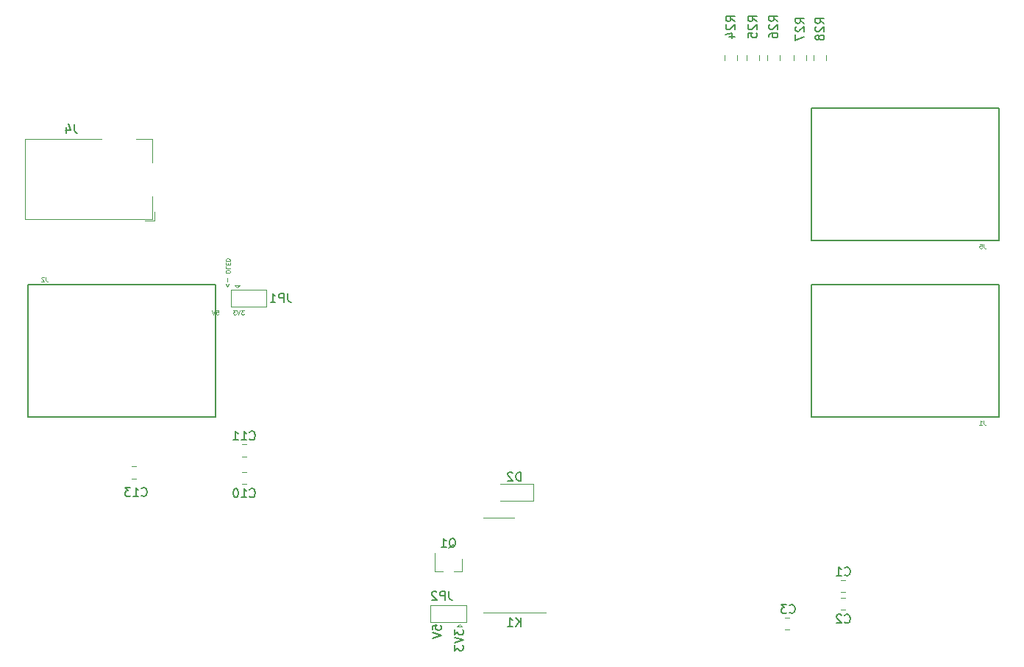
<source format=gbr>
%TF.GenerationSoftware,KiCad,Pcbnew,5.1.6-c6e7f7d~87~ubuntu18.04.1*%
%TF.CreationDate,2020-11-12T00:39:07+00:00*%
%TF.ProjectId,CirrusDspPedal,43697272-7573-4447-9370-506564616c2e,rev?*%
%TF.SameCoordinates,Original*%
%TF.FileFunction,Legend,Bot*%
%TF.FilePolarity,Positive*%
%FSLAX46Y46*%
G04 Gerber Fmt 4.6, Leading zero omitted, Abs format (unit mm)*
G04 Created by KiCad (PCBNEW 5.1.6-c6e7f7d~87~ubuntu18.04.1) date 2020-11-12 00:39:07*
%MOMM*%
%LPD*%
G01*
G04 APERTURE LIST*
%ADD10C,0.100000*%
%ADD11C,0.150000*%
%ADD12C,0.120000*%
%ADD13C,0.125000*%
G04 APERTURE END LIST*
D10*
X115677142Y-91293000D02*
X115534285Y-91673952D01*
X115391428Y-91293000D01*
X115534285Y-91054904D02*
X115534285Y-90673952D01*
X115843809Y-89959666D02*
X115843809Y-89864428D01*
X115820000Y-89816809D01*
X115772380Y-89769190D01*
X115677142Y-89745380D01*
X115510476Y-89745380D01*
X115415238Y-89769190D01*
X115367619Y-89816809D01*
X115343809Y-89864428D01*
X115343809Y-89959666D01*
X115367619Y-90007285D01*
X115415238Y-90054904D01*
X115510476Y-90078714D01*
X115677142Y-90078714D01*
X115772380Y-90054904D01*
X115820000Y-90007285D01*
X115843809Y-89959666D01*
X115343809Y-89293000D02*
X115343809Y-89531095D01*
X115843809Y-89531095D01*
X115605714Y-89126333D02*
X115605714Y-88959666D01*
X115343809Y-88888238D02*
X115343809Y-89126333D01*
X115843809Y-89126333D01*
X115843809Y-88888238D01*
X115343809Y-88673952D02*
X115843809Y-88673952D01*
X115843809Y-88554904D01*
X115820000Y-88483476D01*
X115772380Y-88435857D01*
X115724761Y-88412047D01*
X115629523Y-88388238D01*
X115558095Y-88388238D01*
X115462857Y-88412047D01*
X115415238Y-88435857D01*
X115367619Y-88483476D01*
X115343809Y-88554904D01*
X115343809Y-88673952D01*
X114268238Y-94341190D02*
X114506333Y-94341190D01*
X114530142Y-94579285D01*
X114506333Y-94555476D01*
X114458714Y-94531666D01*
X114339666Y-94531666D01*
X114292047Y-94555476D01*
X114268238Y-94579285D01*
X114244428Y-94626904D01*
X114244428Y-94745952D01*
X114268238Y-94793571D01*
X114292047Y-94817380D01*
X114339666Y-94841190D01*
X114458714Y-94841190D01*
X114506333Y-94817380D01*
X114530142Y-94793571D01*
X114101571Y-94341190D02*
X113934904Y-94841190D01*
X113768238Y-94341190D01*
X117459047Y-94341190D02*
X117149523Y-94341190D01*
X117316190Y-94531666D01*
X117244761Y-94531666D01*
X117197142Y-94555476D01*
X117173333Y-94579285D01*
X117149523Y-94626904D01*
X117149523Y-94745952D01*
X117173333Y-94793571D01*
X117197142Y-94817380D01*
X117244761Y-94841190D01*
X117387619Y-94841190D01*
X117435238Y-94817380D01*
X117459047Y-94793571D01*
X117006666Y-94341190D02*
X116840000Y-94841190D01*
X116673333Y-94341190D01*
X116554285Y-94341190D02*
X116244761Y-94341190D01*
X116411428Y-94531666D01*
X116340000Y-94531666D01*
X116292380Y-94555476D01*
X116268571Y-94579285D01*
X116244761Y-94626904D01*
X116244761Y-94745952D01*
X116268571Y-94793571D01*
X116292380Y-94817380D01*
X116340000Y-94841190D01*
X116482857Y-94841190D01*
X116530476Y-94817380D01*
X116554285Y-94793571D01*
D11*
X141692380Y-131095904D02*
X141692380Y-131714952D01*
X142073333Y-131381619D01*
X142073333Y-131524476D01*
X142120952Y-131619714D01*
X142168571Y-131667333D01*
X142263809Y-131714952D01*
X142501904Y-131714952D01*
X142597142Y-131667333D01*
X142644761Y-131619714D01*
X142692380Y-131524476D01*
X142692380Y-131238761D01*
X142644761Y-131143523D01*
X142597142Y-131095904D01*
X141692380Y-132000666D02*
X142692380Y-132334000D01*
X141692380Y-132667333D01*
X141692380Y-132905428D02*
X141692380Y-133524476D01*
X142073333Y-133191142D01*
X142073333Y-133334000D01*
X142120952Y-133429238D01*
X142168571Y-133476857D01*
X142263809Y-133524476D01*
X142501904Y-133524476D01*
X142597142Y-133476857D01*
X142644761Y-133429238D01*
X142692380Y-133334000D01*
X142692380Y-133048285D01*
X142644761Y-132953047D01*
X142597142Y-132905428D01*
X139152380Y-131127523D02*
X139152380Y-130651333D01*
X139628571Y-130603714D01*
X139580952Y-130651333D01*
X139533333Y-130746571D01*
X139533333Y-130984666D01*
X139580952Y-131079904D01*
X139628571Y-131127523D01*
X139723809Y-131175142D01*
X139961904Y-131175142D01*
X140057142Y-131127523D01*
X140104761Y-131079904D01*
X140152380Y-130984666D01*
X140152380Y-130746571D01*
X140104761Y-130651333D01*
X140057142Y-130603714D01*
X139152380Y-131460857D02*
X140152380Y-131794190D01*
X139152380Y-132127523D01*
D12*
%TO.C,R27*%
X182193000Y-65016748D02*
X182193000Y-65539252D01*
X180773000Y-65016748D02*
X180773000Y-65539252D01*
%TO.C,JP1*%
X115933000Y-93964000D02*
X120033000Y-93964000D01*
X120033000Y-93964000D02*
X120033000Y-91964000D01*
X120033000Y-91964000D02*
X115933000Y-91964000D01*
X115933000Y-91964000D02*
X115933000Y-93964000D01*
X116683000Y-91764000D02*
X116383000Y-91464000D01*
X116383000Y-91464000D02*
X116983000Y-91464000D01*
X116683000Y-91764000D02*
X116983000Y-91464000D01*
%TO.C,Q1*%
X142550000Y-124458000D02*
X141620000Y-124458000D01*
X139390000Y-124458000D02*
X140320000Y-124458000D01*
X139390000Y-124458000D02*
X139390000Y-122298000D01*
X142550000Y-124458000D02*
X142550000Y-122998000D01*
%TO.C,JP2*%
X142270000Y-130486000D02*
X141970000Y-130786000D01*
X142570000Y-130786000D02*
X141970000Y-130786000D01*
X142270000Y-130486000D02*
X142570000Y-130786000D01*
X143020000Y-130286000D02*
X143020000Y-128286000D01*
X138920000Y-130286000D02*
X143020000Y-130286000D01*
X138920000Y-128286000D02*
X138920000Y-130286000D01*
X143020000Y-128286000D02*
X138920000Y-128286000D01*
%TO.C,K1*%
X148590000Y-118248000D02*
X144990000Y-118248000D01*
X152190000Y-129148000D02*
X144990000Y-129148000D01*
%TO.C,D2*%
X150790000Y-114316000D02*
X146940000Y-114316000D01*
X150790000Y-116316000D02*
X146940000Y-116316000D01*
X150790000Y-114316000D02*
X150790000Y-116316000D01*
%TO.C,R28*%
X184479000Y-65016748D02*
X184479000Y-65539252D01*
X183059000Y-65016748D02*
X183059000Y-65539252D01*
%TO.C,R26*%
X179145000Y-65016748D02*
X179145000Y-65539252D01*
X177725000Y-65016748D02*
X177725000Y-65539252D01*
%TO.C,R25*%
X176732000Y-65016748D02*
X176732000Y-65539252D01*
X175312000Y-65016748D02*
X175312000Y-65539252D01*
%TO.C,R24*%
X174192000Y-65016748D02*
X174192000Y-65539252D01*
X172772000Y-65016748D02*
X172772000Y-65539252D01*
D11*
%TO.C,J5*%
X204343000Y-71120000D02*
X204343000Y-86360000D01*
X204343000Y-86360000D02*
X182753000Y-86360000D01*
X182753000Y-86360000D02*
X182753000Y-71120000D01*
X182753000Y-71120000D02*
X204343000Y-71120000D01*
D12*
%TO.C,J4*%
X106945000Y-83848000D02*
X106945000Y-81248000D01*
X92245000Y-83848000D02*
X106945000Y-83848000D01*
X106945000Y-74648000D02*
X105045000Y-74648000D01*
X106945000Y-77348000D02*
X106945000Y-74648000D01*
X92245000Y-74648000D02*
X92245000Y-83848000D01*
X101045000Y-74648000D02*
X92245000Y-74648000D01*
X106095000Y-84048000D02*
X107145000Y-84048000D01*
X107145000Y-82998000D02*
X107145000Y-84048000D01*
D11*
%TO.C,J2*%
X92583000Y-106680000D02*
X92583000Y-91440000D01*
X92583000Y-91440000D02*
X114173000Y-91440000D01*
X114173000Y-91440000D02*
X114173000Y-106680000D01*
X114173000Y-106680000D02*
X92583000Y-106680000D01*
%TO.C,J1*%
X204343000Y-91440000D02*
X204343000Y-106680000D01*
X204343000Y-106680000D02*
X182753000Y-106680000D01*
X182753000Y-106680000D02*
X182753000Y-91440000D01*
X182753000Y-91440000D02*
X204343000Y-91440000D01*
D12*
%TO.C,C13*%
X105036252Y-113740000D02*
X104513748Y-113740000D01*
X105036252Y-112320000D02*
X104513748Y-112320000D01*
%TO.C,C11*%
X117213748Y-109780000D02*
X117736252Y-109780000D01*
X117213748Y-111200000D02*
X117736252Y-111200000D01*
%TO.C,C10*%
X117213748Y-112955000D02*
X117736252Y-112955000D01*
X117213748Y-114375000D02*
X117736252Y-114375000D01*
%TO.C,C3*%
X179697748Y-129719000D02*
X180220252Y-129719000D01*
X179697748Y-131139000D02*
X180220252Y-131139000D01*
%TO.C,C2*%
X186174748Y-127433000D02*
X186697252Y-127433000D01*
X186174748Y-128853000D02*
X186697252Y-128853000D01*
%TO.C,C1*%
X186174748Y-125401000D02*
X186697252Y-125401000D01*
X186174748Y-126821000D02*
X186697252Y-126821000D01*
%TO.C,R27*%
D11*
X181935380Y-61324142D02*
X181459190Y-60990809D01*
X181935380Y-60752714D02*
X180935380Y-60752714D01*
X180935380Y-61133666D01*
X180983000Y-61228904D01*
X181030619Y-61276523D01*
X181125857Y-61324142D01*
X181268714Y-61324142D01*
X181363952Y-61276523D01*
X181411571Y-61228904D01*
X181459190Y-61133666D01*
X181459190Y-60752714D01*
X181030619Y-61705095D02*
X180983000Y-61752714D01*
X180935380Y-61847952D01*
X180935380Y-62086047D01*
X180983000Y-62181285D01*
X181030619Y-62228904D01*
X181125857Y-62276523D01*
X181221095Y-62276523D01*
X181363952Y-62228904D01*
X181935380Y-61657476D01*
X181935380Y-62276523D01*
X180935380Y-62609857D02*
X180935380Y-63276523D01*
X181935380Y-62847952D01*
%TO.C,JP1*%
X122499333Y-92416380D02*
X122499333Y-93130666D01*
X122546952Y-93273523D01*
X122642190Y-93368761D01*
X122785047Y-93416380D01*
X122880285Y-93416380D01*
X122023142Y-93416380D02*
X122023142Y-92416380D01*
X121642190Y-92416380D01*
X121546952Y-92464000D01*
X121499333Y-92511619D01*
X121451714Y-92606857D01*
X121451714Y-92749714D01*
X121499333Y-92844952D01*
X121546952Y-92892571D01*
X121642190Y-92940190D01*
X122023142Y-92940190D01*
X120499333Y-93416380D02*
X121070761Y-93416380D01*
X120785047Y-93416380D02*
X120785047Y-92416380D01*
X120880285Y-92559238D01*
X120975523Y-92654476D01*
X121070761Y-92702095D01*
%TO.C,Q1*%
X141065238Y-121705619D02*
X141160476Y-121658000D01*
X141255714Y-121562761D01*
X141398571Y-121419904D01*
X141493809Y-121372285D01*
X141589047Y-121372285D01*
X141541428Y-121610380D02*
X141636666Y-121562761D01*
X141731904Y-121467523D01*
X141779523Y-121277047D01*
X141779523Y-120943714D01*
X141731904Y-120753238D01*
X141636666Y-120658000D01*
X141541428Y-120610380D01*
X141350952Y-120610380D01*
X141255714Y-120658000D01*
X141160476Y-120753238D01*
X141112857Y-120943714D01*
X141112857Y-121277047D01*
X141160476Y-121467523D01*
X141255714Y-121562761D01*
X141350952Y-121610380D01*
X141541428Y-121610380D01*
X140160476Y-121610380D02*
X140731904Y-121610380D01*
X140446190Y-121610380D02*
X140446190Y-120610380D01*
X140541428Y-120753238D01*
X140636666Y-120848476D01*
X140731904Y-120896095D01*
%TO.C,JP2*%
X141041333Y-126706380D02*
X141041333Y-127420666D01*
X141088952Y-127563523D01*
X141184190Y-127658761D01*
X141327047Y-127706380D01*
X141422285Y-127706380D01*
X140565142Y-127706380D02*
X140565142Y-126706380D01*
X140184190Y-126706380D01*
X140088952Y-126754000D01*
X140041333Y-126801619D01*
X139993714Y-126896857D01*
X139993714Y-127039714D01*
X140041333Y-127134952D01*
X140088952Y-127182571D01*
X140184190Y-127230190D01*
X140565142Y-127230190D01*
X139612761Y-126801619D02*
X139565142Y-126754000D01*
X139469904Y-126706380D01*
X139231809Y-126706380D01*
X139136571Y-126754000D01*
X139088952Y-126801619D01*
X139041333Y-126896857D01*
X139041333Y-126992095D01*
X139088952Y-127134952D01*
X139660380Y-127706380D01*
X139041333Y-127706380D01*
%TO.C,K1*%
X149328095Y-130754380D02*
X149328095Y-129754380D01*
X148756666Y-130754380D02*
X149185238Y-130182952D01*
X148756666Y-129754380D02*
X149328095Y-130325809D01*
X147804285Y-130754380D02*
X148375714Y-130754380D01*
X148090000Y-130754380D02*
X148090000Y-129754380D01*
X148185238Y-129897238D01*
X148280476Y-129992476D01*
X148375714Y-130040095D01*
%TO.C,D2*%
X149328095Y-113990380D02*
X149328095Y-112990380D01*
X149090000Y-112990380D01*
X148947142Y-113038000D01*
X148851904Y-113133238D01*
X148804285Y-113228476D01*
X148756666Y-113418952D01*
X148756666Y-113561809D01*
X148804285Y-113752285D01*
X148851904Y-113847523D01*
X148947142Y-113942761D01*
X149090000Y-113990380D01*
X149328095Y-113990380D01*
X148375714Y-113085619D02*
X148328095Y-113038000D01*
X148232857Y-112990380D01*
X147994761Y-112990380D01*
X147899523Y-113038000D01*
X147851904Y-113085619D01*
X147804285Y-113180857D01*
X147804285Y-113276095D01*
X147851904Y-113418952D01*
X148423333Y-113990380D01*
X147804285Y-113990380D01*
%TO.C,R28*%
X184221380Y-61333142D02*
X183745190Y-60999809D01*
X184221380Y-60761714D02*
X183221380Y-60761714D01*
X183221380Y-61142666D01*
X183269000Y-61237904D01*
X183316619Y-61285523D01*
X183411857Y-61333142D01*
X183554714Y-61333142D01*
X183649952Y-61285523D01*
X183697571Y-61237904D01*
X183745190Y-61142666D01*
X183745190Y-60761714D01*
X183316619Y-61714095D02*
X183269000Y-61761714D01*
X183221380Y-61856952D01*
X183221380Y-62095047D01*
X183269000Y-62190285D01*
X183316619Y-62237904D01*
X183411857Y-62285523D01*
X183507095Y-62285523D01*
X183649952Y-62237904D01*
X184221380Y-61666476D01*
X184221380Y-62285523D01*
X183649952Y-62856952D02*
X183602333Y-62761714D01*
X183554714Y-62714095D01*
X183459476Y-62666476D01*
X183411857Y-62666476D01*
X183316619Y-62714095D01*
X183269000Y-62761714D01*
X183221380Y-62856952D01*
X183221380Y-63047428D01*
X183269000Y-63142666D01*
X183316619Y-63190285D01*
X183411857Y-63237904D01*
X183459476Y-63237904D01*
X183554714Y-63190285D01*
X183602333Y-63142666D01*
X183649952Y-63047428D01*
X183649952Y-62856952D01*
X183697571Y-62761714D01*
X183745190Y-62714095D01*
X183840428Y-62666476D01*
X184030904Y-62666476D01*
X184126142Y-62714095D01*
X184173761Y-62761714D01*
X184221380Y-62856952D01*
X184221380Y-63047428D01*
X184173761Y-63142666D01*
X184126142Y-63190285D01*
X184030904Y-63237904D01*
X183840428Y-63237904D01*
X183745190Y-63190285D01*
X183697571Y-63142666D01*
X183649952Y-63047428D01*
%TO.C,R26*%
X178887380Y-61079142D02*
X178411190Y-60745809D01*
X178887380Y-60507714D02*
X177887380Y-60507714D01*
X177887380Y-60888666D01*
X177935000Y-60983904D01*
X177982619Y-61031523D01*
X178077857Y-61079142D01*
X178220714Y-61079142D01*
X178315952Y-61031523D01*
X178363571Y-60983904D01*
X178411190Y-60888666D01*
X178411190Y-60507714D01*
X177982619Y-61460095D02*
X177935000Y-61507714D01*
X177887380Y-61602952D01*
X177887380Y-61841047D01*
X177935000Y-61936285D01*
X177982619Y-61983904D01*
X178077857Y-62031523D01*
X178173095Y-62031523D01*
X178315952Y-61983904D01*
X178887380Y-61412476D01*
X178887380Y-62031523D01*
X177887380Y-62888666D02*
X177887380Y-62698190D01*
X177935000Y-62602952D01*
X177982619Y-62555333D01*
X178125476Y-62460095D01*
X178315952Y-62412476D01*
X178696904Y-62412476D01*
X178792142Y-62460095D01*
X178839761Y-62507714D01*
X178887380Y-62602952D01*
X178887380Y-62793428D01*
X178839761Y-62888666D01*
X178792142Y-62936285D01*
X178696904Y-62983904D01*
X178458809Y-62983904D01*
X178363571Y-62936285D01*
X178315952Y-62888666D01*
X178268333Y-62793428D01*
X178268333Y-62602952D01*
X178315952Y-62507714D01*
X178363571Y-62460095D01*
X178458809Y-62412476D01*
%TO.C,R25*%
X176474380Y-61079142D02*
X175998190Y-60745809D01*
X176474380Y-60507714D02*
X175474380Y-60507714D01*
X175474380Y-60888666D01*
X175522000Y-60983904D01*
X175569619Y-61031523D01*
X175664857Y-61079142D01*
X175807714Y-61079142D01*
X175902952Y-61031523D01*
X175950571Y-60983904D01*
X175998190Y-60888666D01*
X175998190Y-60507714D01*
X175569619Y-61460095D02*
X175522000Y-61507714D01*
X175474380Y-61602952D01*
X175474380Y-61841047D01*
X175522000Y-61936285D01*
X175569619Y-61983904D01*
X175664857Y-62031523D01*
X175760095Y-62031523D01*
X175902952Y-61983904D01*
X176474380Y-61412476D01*
X176474380Y-62031523D01*
X175474380Y-62936285D02*
X175474380Y-62460095D01*
X175950571Y-62412476D01*
X175902952Y-62460095D01*
X175855333Y-62555333D01*
X175855333Y-62793428D01*
X175902952Y-62888666D01*
X175950571Y-62936285D01*
X176045809Y-62983904D01*
X176283904Y-62983904D01*
X176379142Y-62936285D01*
X176426761Y-62888666D01*
X176474380Y-62793428D01*
X176474380Y-62555333D01*
X176426761Y-62460095D01*
X176379142Y-62412476D01*
%TO.C,R24*%
X173934380Y-61079142D02*
X173458190Y-60745809D01*
X173934380Y-60507714D02*
X172934380Y-60507714D01*
X172934380Y-60888666D01*
X172982000Y-60983904D01*
X173029619Y-61031523D01*
X173124857Y-61079142D01*
X173267714Y-61079142D01*
X173362952Y-61031523D01*
X173410571Y-60983904D01*
X173458190Y-60888666D01*
X173458190Y-60507714D01*
X173029619Y-61460095D02*
X172982000Y-61507714D01*
X172934380Y-61602952D01*
X172934380Y-61841047D01*
X172982000Y-61936285D01*
X173029619Y-61983904D01*
X173124857Y-62031523D01*
X173220095Y-62031523D01*
X173362952Y-61983904D01*
X173934380Y-61412476D01*
X173934380Y-62031523D01*
X173267714Y-62888666D02*
X173934380Y-62888666D01*
X172886761Y-62650571D02*
X173601047Y-62412476D01*
X173601047Y-63031523D01*
%TO.C,J5*%
D13*
X202604666Y-86721190D02*
X202604666Y-87078333D01*
X202628476Y-87149761D01*
X202676095Y-87197380D01*
X202747523Y-87221190D01*
X202795142Y-87221190D01*
X202128476Y-86721190D02*
X202366571Y-86721190D01*
X202390380Y-86959285D01*
X202366571Y-86935476D01*
X202318952Y-86911666D01*
X202199904Y-86911666D01*
X202152285Y-86935476D01*
X202128476Y-86959285D01*
X202104666Y-87006904D01*
X202104666Y-87125952D01*
X202128476Y-87173571D01*
X202152285Y-87197380D01*
X202199904Y-87221190D01*
X202318952Y-87221190D01*
X202366571Y-87197380D01*
X202390380Y-87173571D01*
%TO.C,J4*%
D11*
X97928333Y-72950380D02*
X97928333Y-73664666D01*
X97975952Y-73807523D01*
X98071190Y-73902761D01*
X98214047Y-73950380D01*
X98309285Y-73950380D01*
X97023571Y-73283714D02*
X97023571Y-73950380D01*
X97261666Y-72902761D02*
X97499761Y-73617047D01*
X96880714Y-73617047D01*
%TO.C,J2*%
D13*
X94654666Y-90531190D02*
X94654666Y-90888333D01*
X94678476Y-90959761D01*
X94726095Y-91007380D01*
X94797523Y-91031190D01*
X94845142Y-91031190D01*
X94440380Y-90578809D02*
X94416571Y-90555000D01*
X94368952Y-90531190D01*
X94249904Y-90531190D01*
X94202285Y-90555000D01*
X94178476Y-90578809D01*
X94154666Y-90626428D01*
X94154666Y-90674047D01*
X94178476Y-90745476D01*
X94464190Y-91031190D01*
X94154666Y-91031190D01*
%TO.C,J1*%
X202604666Y-107041190D02*
X202604666Y-107398333D01*
X202628476Y-107469761D01*
X202676095Y-107517380D01*
X202747523Y-107541190D01*
X202795142Y-107541190D01*
X202104666Y-107541190D02*
X202390380Y-107541190D01*
X202247523Y-107541190D02*
X202247523Y-107041190D01*
X202295142Y-107112619D01*
X202342761Y-107160238D01*
X202390380Y-107184047D01*
%TO.C,C13*%
D11*
X105671857Y-115673142D02*
X105719476Y-115720761D01*
X105862333Y-115768380D01*
X105957571Y-115768380D01*
X106100428Y-115720761D01*
X106195666Y-115625523D01*
X106243285Y-115530285D01*
X106290904Y-115339809D01*
X106290904Y-115196952D01*
X106243285Y-115006476D01*
X106195666Y-114911238D01*
X106100428Y-114816000D01*
X105957571Y-114768380D01*
X105862333Y-114768380D01*
X105719476Y-114816000D01*
X105671857Y-114863619D01*
X104719476Y-115768380D02*
X105290904Y-115768380D01*
X105005190Y-115768380D02*
X105005190Y-114768380D01*
X105100428Y-114911238D01*
X105195666Y-115006476D01*
X105290904Y-115054095D01*
X104386142Y-114768380D02*
X103767095Y-114768380D01*
X104100428Y-115149333D01*
X103957571Y-115149333D01*
X103862333Y-115196952D01*
X103814714Y-115244571D01*
X103767095Y-115339809D01*
X103767095Y-115577904D01*
X103814714Y-115673142D01*
X103862333Y-115720761D01*
X103957571Y-115768380D01*
X104243285Y-115768380D01*
X104338523Y-115720761D01*
X104386142Y-115673142D01*
%TO.C,C11*%
X118117857Y-109196142D02*
X118165476Y-109243761D01*
X118308333Y-109291380D01*
X118403571Y-109291380D01*
X118546428Y-109243761D01*
X118641666Y-109148523D01*
X118689285Y-109053285D01*
X118736904Y-108862809D01*
X118736904Y-108719952D01*
X118689285Y-108529476D01*
X118641666Y-108434238D01*
X118546428Y-108339000D01*
X118403571Y-108291380D01*
X118308333Y-108291380D01*
X118165476Y-108339000D01*
X118117857Y-108386619D01*
X117165476Y-109291380D02*
X117736904Y-109291380D01*
X117451190Y-109291380D02*
X117451190Y-108291380D01*
X117546428Y-108434238D01*
X117641666Y-108529476D01*
X117736904Y-108577095D01*
X116213095Y-109291380D02*
X116784523Y-109291380D01*
X116498809Y-109291380D02*
X116498809Y-108291380D01*
X116594047Y-108434238D01*
X116689285Y-108529476D01*
X116784523Y-108577095D01*
%TO.C,C10*%
X118117857Y-115800142D02*
X118165476Y-115847761D01*
X118308333Y-115895380D01*
X118403571Y-115895380D01*
X118546428Y-115847761D01*
X118641666Y-115752523D01*
X118689285Y-115657285D01*
X118736904Y-115466809D01*
X118736904Y-115323952D01*
X118689285Y-115133476D01*
X118641666Y-115038238D01*
X118546428Y-114943000D01*
X118403571Y-114895380D01*
X118308333Y-114895380D01*
X118165476Y-114943000D01*
X118117857Y-114990619D01*
X117165476Y-115895380D02*
X117736904Y-115895380D01*
X117451190Y-115895380D02*
X117451190Y-114895380D01*
X117546428Y-115038238D01*
X117641666Y-115133476D01*
X117736904Y-115181095D01*
X116546428Y-114895380D02*
X116451190Y-114895380D01*
X116355952Y-114943000D01*
X116308333Y-114990619D01*
X116260714Y-115085857D01*
X116213095Y-115276333D01*
X116213095Y-115514428D01*
X116260714Y-115704904D01*
X116308333Y-115800142D01*
X116355952Y-115847761D01*
X116451190Y-115895380D01*
X116546428Y-115895380D01*
X116641666Y-115847761D01*
X116689285Y-115800142D01*
X116736904Y-115704904D01*
X116784523Y-115514428D01*
X116784523Y-115276333D01*
X116736904Y-115085857D01*
X116689285Y-114990619D01*
X116641666Y-114943000D01*
X116546428Y-114895380D01*
%TO.C,C3*%
X180252666Y-129135142D02*
X180300285Y-129182761D01*
X180443142Y-129230380D01*
X180538380Y-129230380D01*
X180681238Y-129182761D01*
X180776476Y-129087523D01*
X180824095Y-128992285D01*
X180871714Y-128801809D01*
X180871714Y-128658952D01*
X180824095Y-128468476D01*
X180776476Y-128373238D01*
X180681238Y-128278000D01*
X180538380Y-128230380D01*
X180443142Y-128230380D01*
X180300285Y-128278000D01*
X180252666Y-128325619D01*
X179919333Y-128230380D02*
X179300285Y-128230380D01*
X179633619Y-128611333D01*
X179490761Y-128611333D01*
X179395523Y-128658952D01*
X179347904Y-128706571D01*
X179300285Y-128801809D01*
X179300285Y-129039904D01*
X179347904Y-129135142D01*
X179395523Y-129182761D01*
X179490761Y-129230380D01*
X179776476Y-129230380D01*
X179871714Y-129182761D01*
X179919333Y-129135142D01*
%TO.C,C2*%
X186602666Y-130278142D02*
X186650285Y-130325761D01*
X186793142Y-130373380D01*
X186888380Y-130373380D01*
X187031238Y-130325761D01*
X187126476Y-130230523D01*
X187174095Y-130135285D01*
X187221714Y-129944809D01*
X187221714Y-129801952D01*
X187174095Y-129611476D01*
X187126476Y-129516238D01*
X187031238Y-129421000D01*
X186888380Y-129373380D01*
X186793142Y-129373380D01*
X186650285Y-129421000D01*
X186602666Y-129468619D01*
X186221714Y-129468619D02*
X186174095Y-129421000D01*
X186078857Y-129373380D01*
X185840761Y-129373380D01*
X185745523Y-129421000D01*
X185697904Y-129468619D01*
X185650285Y-129563857D01*
X185650285Y-129659095D01*
X185697904Y-129801952D01*
X186269333Y-130373380D01*
X185650285Y-130373380D01*
%TO.C,C1*%
X186602666Y-124817142D02*
X186650285Y-124864761D01*
X186793142Y-124912380D01*
X186888380Y-124912380D01*
X187031238Y-124864761D01*
X187126476Y-124769523D01*
X187174095Y-124674285D01*
X187221714Y-124483809D01*
X187221714Y-124340952D01*
X187174095Y-124150476D01*
X187126476Y-124055238D01*
X187031238Y-123960000D01*
X186888380Y-123912380D01*
X186793142Y-123912380D01*
X186650285Y-123960000D01*
X186602666Y-124007619D01*
X185650285Y-124912380D02*
X186221714Y-124912380D01*
X185936000Y-124912380D02*
X185936000Y-123912380D01*
X186031238Y-124055238D01*
X186126476Y-124150476D01*
X186221714Y-124198095D01*
%TD*%
M02*

</source>
